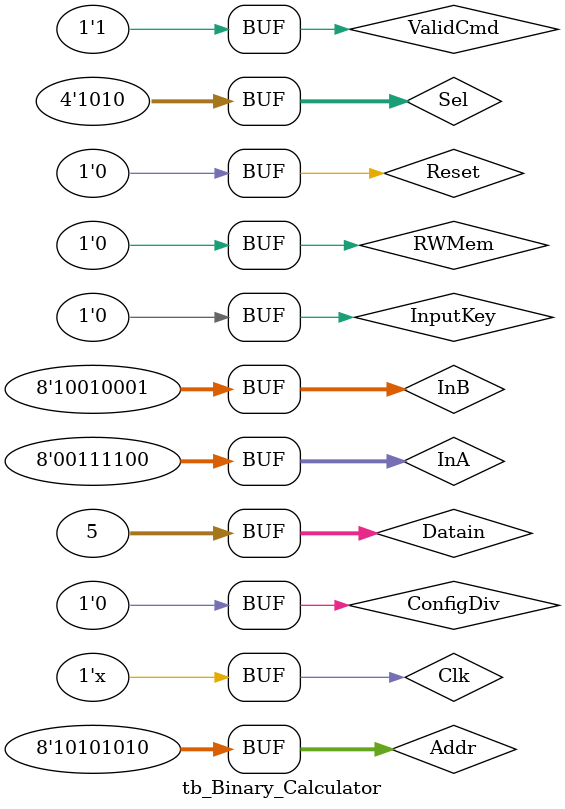
<source format=sv>
`timescale 1ns / 1ps

module Binary_Calculator
(
    input InputKey, 
    input ValidCmd,
    input RWMem,
    input [7:0] Addr,
    input [7:0] InA,
    input [7:0] InB,
    input [3:0] Sel,
    input ConfigDiv,
    input [31:0] Datain,
    input Reset,
    input Clk,
    output CalcActive,
    output CalcMode,
    output CalcBusy,
    output DOutValid,
    output DataOut,
    output ClkTx
);

    wire ResetTmp, ActiveCalcTmp, RWTmp, CtrlModeTmp;
    wire SampleDataTmp, TxDoneTmp, CtrlRWMemTmp, CtrlAccessMemTmp;
    wire [7:0] MuxInATmp; 
    wire [7:0] MuxInBTmp;
    wire [3:0] MuxSelTmp;
    wire [7:0] AluOutTmp;
    wire [3:0] AluFlagTmp;
    wire [31:0] ConcatOutTmp, TxDinTmp, MemoryOutTmp;
    
    assign ResetTmp = Reset & (~ActiveCalcTmp);
    assign RWTmp = RWMem & ActiveCalcTmp;
    assign CalcActive = ActiveCalcTmp;
    assign CalcMode = CtrlModeTmp;
    
    //initialize the Muxs
    Mux_8b M1(
        .Din(InA),
        .Select(ResetTmp),
        .Dout(MuxInATmp)
    );
    
    Mux_8b M2(
        .Din(InB),
        .Select(ResetTmp),
        .Dout(MuxInBTmp)
    );
    
    Mux_4b M3(
        .Din(Sel),
        .Select(ResetTmp),
        .Dout(MuxSelTmp)
    );
    
    Mux_32b M4(
        .Din_A(ConcatOutTmp),
        .Din_B(MemoryOutTmp),
        .Select(CtrlModeTmp),
        .Dout(TxDinTmp)
    );
    
    //initialize the ALU
    ALU ALU(
        .A(MuxInATmp),
        .B(MuxInBTmp),
        .Sel(MuxSelTmp),
        .Out(AluOutTmp),
        .Flag(AluFlagTmp)
    );
    
    //initialize the Concatenator
    Concatenator Concatenator(
        .InA(MuxInATmp),
        .InB(MuxInBTmp),
        .InC(AluOutTmp),
        .InD(MuxSelTmp),
        .InE(AluFlagTmp),
        .Out(ConcatOutTmp)
    );
    
    //initialize the Controller
    Controller Controller(
        .InputKey(InputKey),
        .Clk(Clk),
        .ValidCmd(ValidCmd),
        .Reset(Reset),
        .RW(RWTmp),
        .TransferDone(TxDoneTmp),
        .Active(ActiveCalcTmp),
        .Busy(CalcBusy),
        .RWMem(CtrlRWMemTmp),
        .AccessMem(CtrlAccessMemTmp),
        .Mode(CtrlModeTmp),
        .SampleData(SampleDataTmp),
        .TransferData(TransferDataTmp)
    );
    
    //initialize the Memory
    Memory Memory(
        .Din(ConcatOutTmp),
        .Addr(Addr),
        .R_W(CtrlRWMemTmp),
        .Valid(CtrlAccessMemTmp),
        .Reset(ResetTmp),
        .Clk(Clk),
        .Dout(MemoryOutTmp)
    );
    
    //initialize the FrequencyDivider
    FrequencyDivider FrequencyDivider(
        .Din(Datain),
        .ConfigDiv(ConfigDiv),
        .Reset(ResetTmp),
        .Clk(Clk),
        .Enable(ActiveCalcTmp),
        .ClkOut(ClkTx)
    );
    
    //initialize the SerialTranceiver
    SerialTranceiver SerialTranceiver(
        .DataIn(TxDinTmp),
        .Sample(SampleDataTmp),
        .StartTx(TransferDataTmp),
        .TxDone(TxDoneTmp),
        .Reset(ResetTmp),
        .Clk(Clk),
        .ClkTx(ClkTx),
        .TxBusy(DOutValid),
        .Dout(DataOut)
    );
    
endmodule

module tb_Binary_Calculator();
    reg InputKey; 
    reg ValidCmd;
    reg RWMem;
    reg [7:0] Addr;
    reg [7:0] InA;
    reg [7:0] InB;
    reg [3:0] Sel;
    reg ConfigDiv;
    reg [31:0] Datain;
    reg Reset;
    reg Clk;
    wire CalcActive;
    wire CalcMode;
    wire CalcBusy;
    wire DOutValid;
    wire DataOut;
    wire ClkTx ;   
    
    Binary_Calculator DUT(
        .InputKey(InputKey), 
        .ValidCmd(ValidCmd),
        .RWMem(RWMem),
        .Addr(Addr),
        .InA(InA),
        .InB(InB),
        .Sel(Sel),
        .ConfigDiv(ConfigDiv),
        .Datain(Datain),
        .Reset(Reset),
        .Clk(Clk),
        .CalcActive(CalcActive),
        .CalcMode(CalcMode),
        .CalcBusy(CalcBusy),
        .DOutValid(DOutValid),
        .DataOut(DataOut),
        .ClkTx(ClkTx)
    );
    
    initial begin
        Clk = 1'b0;
    end
    
    always #5 Clk = ~Clk;
    
    initial begin
    
        //case 0: Reset the DUT
        #10 Reset =1'b1;
        #22 Reset = 1'b0;
        
        //case 1: Let's put an Invalid Key and then a Valid Key
        #10 ValidCmd = 1'b1;
        //InvalidKey
        #10 InputKey = 1'b1;
        #10 ValidCmd = 1'b0;
        #10 InputKey = 1'b0;
        #10 ValidCmd = 1'b1;
        #10 InputKey = 1'b1;
        
        //now we do Reset to exit for Error state and to introduce the correct Key
        #10 Reset = 1'b1; ValidCmd = 1'b0;
        #12 Reset = 1'b0;
        //ValidKey and also we divide the frequency with 2
        #10 ConfigDiv = 1'b1; Datain = 32'h2;
        #10 InputKey = 1'b1; ValidCmd = 1'b1; ConfigDiv = 1'b0;
        #10 InputKey = 1'b0;
        #10 InputKey = 1'b1;
        #10 InputKey = 1'b0;
        #10 InputKey = 1'b1;
        #20 ValidCmd = 1'b0;
        
        //case 2: write some operation in memory
        //write add:
        #10; Addr = 8'h01; Sel = 4'h0; InA = 8'h11; InB = 8'h0A;
        #10; RWMem = 1'b1; ValidCmd = 1'b1;
        //#10; Addr = 8'h01; Sel = 4'h0; InA = 8'h11; InB = 8'h0A;
        
        //write substraction
        #20; Addr = 8'h02; Sel = 4'h1; InA = 8'h49; InB = 8'h12;
        //write mult
        #20; Addr = 8'h03; Sel = 4'h2; InA = 8'hF3; InB = 8'h02;
        //write divide
        #20; Addr = 8'h04; Sel = 4'h3; InA = 8'h56; InB = 8'h08;
        //shift-left
        #20; Addr = 8'h05; Sel = 4'h4; InA = 8'hAA; InB = 8'h02;
        //OR
        #20; Addr = 8'h06; Sel = 4'h7; InA = 8'hF3; InB = 8'h1B;
        //NXOR
        #20; Addr = 8'h12; Sel = 4'h9; InA = 8'h33; InB = 8'hAA;
        
        //case 3: Reset when we write in memory
        #40 Reset = 1'b1; ValidCmd = 1'b0;;
        #20 Reset = 1'b0;
        
        //case 4: Try to read from memory after reset
            //set ClkTx divided by 3
        #10 ConfigDiv = 1'b1; Datain = 32'h3;
            //read from address 1
        #10; Addr = 8'h01; Sel = 4'h0; InA = 8'h00; InB = 8'h00;
            //put the correct key
        #10 InputKey = 1'b1; ValidCmd = 1'b1; ConfigDiv = 1'b0;
        #10 InputKey = 1'b0;
        #10 InputKey = 1'b1;
        #10 InputKey = 1'b0;
        #10 InputKey = 1'b1; RWMem = 1'b0; 
        #20 ValidCmd = 1'b1;
            
        //case 5: try to set the ClkTx divided by 5
            #500 ConfigDiv = 1'b1; Datain = 32'h5;
            #20 ConfigDiv = 1'b0;
            
            
        //case 6:cross from Mode 1 Read to Mode 1 Write
            #50 RWMem = 1'b1;
        //case 7: Write a valid data from a address
            //write some data in memory
        //write substraction
        #460 Addr = 8'h02; Sel = 4'h1; InA = 8'h49; InB = 8'h12;
        //write mult
        #20; Addr = 8'h03; Sel = 4'h2; InA = 8'hF3; InB = 8'h02;
        //write divide
        #20; Addr = 8'h04; Sel = 4'h3; InA = 8'h56; InB = 8'h08;
        //shift-left
        #20; Addr = 8'h05; Sel = 4'h4; InA = 8'hAA; InB = 8'h02;
            //then we read from memory a valid data
        #30 RWMem = 1'b0; Addr = 8'h03;
            
        //case 8: cross between Mode 1 and Mode 0.
        #600 InputKey = 1'b0;
        //NAND operation
        #300; Addr = 8'hAA; Sel = 4'hA; InA = 8'h3C; InB = 8'h91;
           
        //case 9: when the mode 0 is active, and a reset is activated for 3 clock cycles.
        #350 Reset = 1'b1;
        #30 Reset = 1'b0;
    end
    
endmodule


</source>
